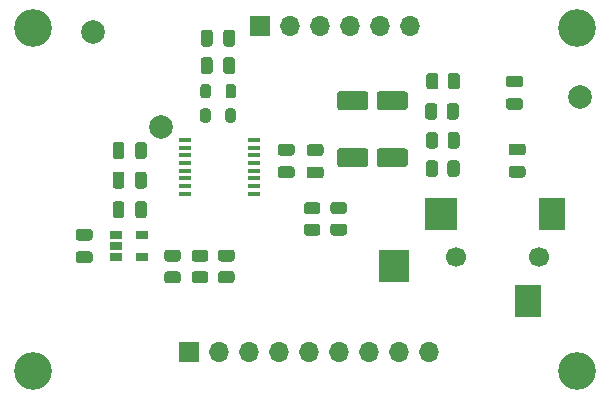
<source format=gbr>
%TF.GenerationSoftware,KiCad,Pcbnew,(5.1.10)-1*%
%TF.CreationDate,2021-10-14T20:44:39-03:00*%
%TF.ProjectId,I2S_DAC,4932535f-4441-4432-9e6b-696361645f70,rev?*%
%TF.SameCoordinates,Original*%
%TF.FileFunction,Soldermask,Top*%
%TF.FilePolarity,Negative*%
%FSLAX46Y46*%
G04 Gerber Fmt 4.6, Leading zero omitted, Abs format (unit mm)*
G04 Created by KiCad (PCBNEW (5.1.10)-1) date 2021-10-14 20:44:39*
%MOMM*%
%LPD*%
G01*
G04 APERTURE LIST*
%ADD10R,1.700000X1.700000*%
%ADD11O,1.700000X1.700000*%
%ADD12C,2.000000*%
%ADD13C,3.200000*%
%ADD14R,1.060000X0.650000*%
%ADD15R,1.000000X0.400000*%
%ADD16R,2.200000X2.800000*%
%ADD17R,2.600000X2.800000*%
%ADD18R,2.800000X2.800000*%
%ADD19C,1.700000*%
G04 APERTURE END LIST*
D10*
%TO.C,J2*%
X66725000Y-94350000D03*
D11*
X69265000Y-94350000D03*
X71805000Y-94350000D03*
X74345000Y-94350000D03*
X76885000Y-94350000D03*
X79425000Y-94350000D03*
%TD*%
D10*
%TO.C,J3*%
X60650000Y-121925000D03*
D11*
X63190000Y-121925000D03*
X65730000Y-121925000D03*
X68270000Y-121925000D03*
X70810000Y-121925000D03*
X73350000Y-121925000D03*
X75890000Y-121925000D03*
X78430000Y-121925000D03*
X80970000Y-121925000D03*
%TD*%
%TO.C,C1*%
G36*
G01*
X51325000Y-113400000D02*
X52275000Y-113400000D01*
G75*
G02*
X52525000Y-113650000I0J-250000D01*
G01*
X52525000Y-114150000D01*
G75*
G02*
X52275000Y-114400000I-250000J0D01*
G01*
X51325000Y-114400000D01*
G75*
G02*
X51075000Y-114150000I0J250000D01*
G01*
X51075000Y-113650000D01*
G75*
G02*
X51325000Y-113400000I250000J0D01*
G01*
G37*
G36*
G01*
X51325000Y-111500000D02*
X52275000Y-111500000D01*
G75*
G02*
X52525000Y-111750000I0J-250000D01*
G01*
X52525000Y-112250000D01*
G75*
G02*
X52275000Y-112500000I-250000J0D01*
G01*
X51325000Y-112500000D01*
G75*
G02*
X51075000Y-112250000I0J250000D01*
G01*
X51075000Y-111750000D01*
G75*
G02*
X51325000Y-111500000I250000J0D01*
G01*
G37*
%TD*%
%TO.C,C2*%
G36*
G01*
X55200000Y-109400000D02*
X55200000Y-110350000D01*
G75*
G02*
X54950000Y-110600000I-250000J0D01*
G01*
X54450000Y-110600000D01*
G75*
G02*
X54200000Y-110350000I0J250000D01*
G01*
X54200000Y-109400000D01*
G75*
G02*
X54450000Y-109150000I250000J0D01*
G01*
X54950000Y-109150000D01*
G75*
G02*
X55200000Y-109400000I0J-250000D01*
G01*
G37*
G36*
G01*
X57100000Y-109400000D02*
X57100000Y-110350000D01*
G75*
G02*
X56850000Y-110600000I-250000J0D01*
G01*
X56350000Y-110600000D01*
G75*
G02*
X56100000Y-110350000I0J250000D01*
G01*
X56100000Y-109400000D01*
G75*
G02*
X56350000Y-109150000I250000J0D01*
G01*
X56850000Y-109150000D01*
G75*
G02*
X57100000Y-109400000I0J-250000D01*
G01*
G37*
%TD*%
%TO.C,C3*%
G36*
G01*
X54200000Y-107850000D02*
X54200000Y-106900000D01*
G75*
G02*
X54450000Y-106650000I250000J0D01*
G01*
X54950000Y-106650000D01*
G75*
G02*
X55200000Y-106900000I0J-250000D01*
G01*
X55200000Y-107850000D01*
G75*
G02*
X54950000Y-108100000I-250000J0D01*
G01*
X54450000Y-108100000D01*
G75*
G02*
X54200000Y-107850000I0J250000D01*
G01*
G37*
G36*
G01*
X56100000Y-107850000D02*
X56100000Y-106900000D01*
G75*
G02*
X56350000Y-106650000I250000J0D01*
G01*
X56850000Y-106650000D01*
G75*
G02*
X57100000Y-106900000I0J-250000D01*
G01*
X57100000Y-107850000D01*
G75*
G02*
X56850000Y-108100000I-250000J0D01*
G01*
X56350000Y-108100000D01*
G75*
G02*
X56100000Y-107850000I0J250000D01*
G01*
G37*
%TD*%
%TO.C,C4*%
G36*
G01*
X55200000Y-104400000D02*
X55200000Y-105350000D01*
G75*
G02*
X54950000Y-105600000I-250000J0D01*
G01*
X54450000Y-105600000D01*
G75*
G02*
X54200000Y-105350000I0J250000D01*
G01*
X54200000Y-104400000D01*
G75*
G02*
X54450000Y-104150000I250000J0D01*
G01*
X54950000Y-104150000D01*
G75*
G02*
X55200000Y-104400000I0J-250000D01*
G01*
G37*
G36*
G01*
X57100000Y-104400000D02*
X57100000Y-105350000D01*
G75*
G02*
X56850000Y-105600000I-250000J0D01*
G01*
X56350000Y-105600000D01*
G75*
G02*
X56100000Y-105350000I0J250000D01*
G01*
X56100000Y-104400000D01*
G75*
G02*
X56350000Y-104150000I250000J0D01*
G01*
X56850000Y-104150000D01*
G75*
G02*
X57100000Y-104400000I0J-250000D01*
G01*
G37*
%TD*%
%TO.C,C5*%
G36*
G01*
X64575000Y-94875000D02*
X64575000Y-95825000D01*
G75*
G02*
X64325000Y-96075000I-250000J0D01*
G01*
X63825000Y-96075000D01*
G75*
G02*
X63575000Y-95825000I0J250000D01*
G01*
X63575000Y-94875000D01*
G75*
G02*
X63825000Y-94625000I250000J0D01*
G01*
X64325000Y-94625000D01*
G75*
G02*
X64575000Y-94875000I0J-250000D01*
G01*
G37*
G36*
G01*
X62675000Y-94875000D02*
X62675000Y-95825000D01*
G75*
G02*
X62425000Y-96075000I-250000J0D01*
G01*
X61925000Y-96075000D01*
G75*
G02*
X61675000Y-95825000I0J250000D01*
G01*
X61675000Y-94875000D01*
G75*
G02*
X61925000Y-94625000I250000J0D01*
G01*
X62425000Y-94625000D01*
G75*
G02*
X62675000Y-94875000I0J-250000D01*
G01*
G37*
%TD*%
%TO.C,C6*%
G36*
G01*
X62675000Y-97200000D02*
X62675000Y-98150000D01*
G75*
G02*
X62425000Y-98400000I-250000J0D01*
G01*
X61925000Y-98400000D01*
G75*
G02*
X61675000Y-98150000I0J250000D01*
G01*
X61675000Y-97200000D01*
G75*
G02*
X61925000Y-96950000I250000J0D01*
G01*
X62425000Y-96950000D01*
G75*
G02*
X62675000Y-97200000I0J-250000D01*
G01*
G37*
G36*
G01*
X64575000Y-97200000D02*
X64575000Y-98150000D01*
G75*
G02*
X64325000Y-98400000I-250000J0D01*
G01*
X63825000Y-98400000D01*
G75*
G02*
X63575000Y-98150000I0J250000D01*
G01*
X63575000Y-97200000D01*
G75*
G02*
X63825000Y-96950000I250000J0D01*
G01*
X64325000Y-96950000D01*
G75*
G02*
X64575000Y-97200000I0J-250000D01*
G01*
G37*
%TD*%
%TO.C,C7*%
G36*
G01*
X88700000Y-101425000D02*
X87750000Y-101425000D01*
G75*
G02*
X87500000Y-101175000I0J250000D01*
G01*
X87500000Y-100675000D01*
G75*
G02*
X87750000Y-100425000I250000J0D01*
G01*
X88700000Y-100425000D01*
G75*
G02*
X88950000Y-100675000I0J-250000D01*
G01*
X88950000Y-101175000D01*
G75*
G02*
X88700000Y-101425000I-250000J0D01*
G01*
G37*
G36*
G01*
X88700000Y-99525000D02*
X87750000Y-99525000D01*
G75*
G02*
X87500000Y-99275000I0J250000D01*
G01*
X87500000Y-98775000D01*
G75*
G02*
X87750000Y-98525000I250000J0D01*
G01*
X88700000Y-98525000D01*
G75*
G02*
X88950000Y-98775000I0J-250000D01*
G01*
X88950000Y-99275000D01*
G75*
G02*
X88700000Y-99525000I-250000J0D01*
G01*
G37*
%TD*%
%TO.C,C8*%
G36*
G01*
X88925000Y-107175000D02*
X87975000Y-107175000D01*
G75*
G02*
X87725000Y-106925000I0J250000D01*
G01*
X87725000Y-106425000D01*
G75*
G02*
X87975000Y-106175000I250000J0D01*
G01*
X88925000Y-106175000D01*
G75*
G02*
X89175000Y-106425000I0J-250000D01*
G01*
X89175000Y-106925000D01*
G75*
G02*
X88925000Y-107175000I-250000J0D01*
G01*
G37*
G36*
G01*
X88925000Y-105275000D02*
X87975000Y-105275000D01*
G75*
G02*
X87725000Y-105025000I0J250000D01*
G01*
X87725000Y-104525000D01*
G75*
G02*
X87975000Y-104275000I250000J0D01*
G01*
X88925000Y-104275000D01*
G75*
G02*
X89175000Y-104525000I0J-250000D01*
G01*
X89175000Y-105025000D01*
G75*
G02*
X88925000Y-105275000I-250000J0D01*
G01*
G37*
%TD*%
%TO.C,C9*%
G36*
G01*
X69375000Y-105300000D02*
X68425000Y-105300000D01*
G75*
G02*
X68175000Y-105050000I0J250000D01*
G01*
X68175000Y-104550000D01*
G75*
G02*
X68425000Y-104300000I250000J0D01*
G01*
X69375000Y-104300000D01*
G75*
G02*
X69625000Y-104550000I0J-250000D01*
G01*
X69625000Y-105050000D01*
G75*
G02*
X69375000Y-105300000I-250000J0D01*
G01*
G37*
G36*
G01*
X69375000Y-107200000D02*
X68425000Y-107200000D01*
G75*
G02*
X68175000Y-106950000I0J250000D01*
G01*
X68175000Y-106450000D01*
G75*
G02*
X68425000Y-106200000I250000J0D01*
G01*
X69375000Y-106200000D01*
G75*
G02*
X69625000Y-106450000I0J-250000D01*
G01*
X69625000Y-106950000D01*
G75*
G02*
X69375000Y-107200000I-250000J0D01*
G01*
G37*
%TD*%
%TO.C,C10*%
G36*
G01*
X76550000Y-106025400D02*
X76550000Y-104924600D01*
G75*
G02*
X76799600Y-104675000I249600J0D01*
G01*
X78950400Y-104675000D01*
G75*
G02*
X79200000Y-104924600I0J-249600D01*
G01*
X79200000Y-106025400D01*
G75*
G02*
X78950400Y-106275000I-249600J0D01*
G01*
X76799600Y-106275000D01*
G75*
G02*
X76550000Y-106025400I0J249600D01*
G01*
G37*
G36*
G01*
X73200000Y-106025000D02*
X73200000Y-104925000D01*
G75*
G02*
X73450000Y-104675000I250000J0D01*
G01*
X75600000Y-104675000D01*
G75*
G02*
X75850000Y-104925000I0J-250000D01*
G01*
X75850000Y-106025000D01*
G75*
G02*
X75600000Y-106275000I-250000J0D01*
G01*
X73450000Y-106275000D01*
G75*
G02*
X73200000Y-106025000I0J250000D01*
G01*
G37*
%TD*%
%TO.C,C11*%
G36*
G01*
X73200000Y-101200000D02*
X73200000Y-100100000D01*
G75*
G02*
X73450000Y-99850000I250000J0D01*
G01*
X75600000Y-99850000D01*
G75*
G02*
X75850000Y-100100000I0J-250000D01*
G01*
X75850000Y-101200000D01*
G75*
G02*
X75600000Y-101450000I-250000J0D01*
G01*
X73450000Y-101450000D01*
G75*
G02*
X73200000Y-101200000I0J250000D01*
G01*
G37*
G36*
G01*
X76550000Y-101200000D02*
X76550000Y-100100000D01*
G75*
G02*
X76800000Y-99850000I250000J0D01*
G01*
X78950000Y-99850000D01*
G75*
G02*
X79200000Y-100100000I0J-250000D01*
G01*
X79200000Y-101200000D01*
G75*
G02*
X78950000Y-101450000I-250000J0D01*
G01*
X76800000Y-101450000D01*
G75*
G02*
X76550000Y-101200000I0J250000D01*
G01*
G37*
%TD*%
%TO.C,C12*%
G36*
G01*
X71825000Y-107225000D02*
X70875000Y-107225000D01*
G75*
G02*
X70625000Y-106975000I0J250000D01*
G01*
X70625000Y-106475000D01*
G75*
G02*
X70875000Y-106225000I250000J0D01*
G01*
X71825000Y-106225000D01*
G75*
G02*
X72075000Y-106475000I0J-250000D01*
G01*
X72075000Y-106975000D01*
G75*
G02*
X71825000Y-107225000I-250000J0D01*
G01*
G37*
G36*
G01*
X71825000Y-105325000D02*
X70875000Y-105325000D01*
G75*
G02*
X70625000Y-105075000I0J250000D01*
G01*
X70625000Y-104575000D01*
G75*
G02*
X70875000Y-104325000I250000J0D01*
G01*
X71825000Y-104325000D01*
G75*
G02*
X72075000Y-104575000I0J-250000D01*
G01*
X72075000Y-105075000D01*
G75*
G02*
X71825000Y-105325000I-250000J0D01*
G01*
G37*
%TD*%
%TO.C,FB1*%
G36*
G01*
X64637500Y-99468750D02*
X64637500Y-100231250D01*
G75*
G02*
X64418750Y-100450000I-218750J0D01*
G01*
X63981250Y-100450000D01*
G75*
G02*
X63762500Y-100231250I0J218750D01*
G01*
X63762500Y-99468750D01*
G75*
G02*
X63981250Y-99250000I218750J0D01*
G01*
X64418750Y-99250000D01*
G75*
G02*
X64637500Y-99468750I0J-218750D01*
G01*
G37*
G36*
G01*
X62512500Y-99468750D02*
X62512500Y-100231250D01*
G75*
G02*
X62293750Y-100450000I-218750J0D01*
G01*
X61856250Y-100450000D01*
G75*
G02*
X61637500Y-100231250I0J218750D01*
G01*
X61637500Y-99468750D01*
G75*
G02*
X61856250Y-99250000I218750J0D01*
G01*
X62293750Y-99250000D01*
G75*
G02*
X62512500Y-99468750I0J-218750D01*
G01*
G37*
%TD*%
%TO.C,FB2*%
G36*
G01*
X62500000Y-101518750D02*
X62500000Y-102281250D01*
G75*
G02*
X62281250Y-102500000I-218750J0D01*
G01*
X61843750Y-102500000D01*
G75*
G02*
X61625000Y-102281250I0J218750D01*
G01*
X61625000Y-101518750D01*
G75*
G02*
X61843750Y-101300000I218750J0D01*
G01*
X62281250Y-101300000D01*
G75*
G02*
X62500000Y-101518750I0J-218750D01*
G01*
G37*
G36*
G01*
X64625000Y-101518750D02*
X64625000Y-102281250D01*
G75*
G02*
X64406250Y-102500000I-218750J0D01*
G01*
X63968750Y-102500000D01*
G75*
G02*
X63750000Y-102281250I0J218750D01*
G01*
X63750000Y-101518750D01*
G75*
G02*
X63968750Y-101300000I218750J0D01*
G01*
X64406250Y-101300000D01*
G75*
G02*
X64625000Y-101518750I0J-218750D01*
G01*
G37*
%TD*%
D12*
%TO.C,FID1*%
X52575000Y-94850000D03*
%TD*%
%TO.C,FID2*%
X93775000Y-100300000D03*
%TD*%
%TO.C,FID3*%
X58275000Y-102850000D03*
%TD*%
D13*
%TO.C,H1*%
X47500000Y-94500000D03*
%TD*%
%TO.C,H2*%
X93500000Y-94500000D03*
%TD*%
%TO.C,H3*%
X93500000Y-123500000D03*
%TD*%
%TO.C,H4*%
X47500000Y-123500000D03*
%TD*%
%TO.C,R1*%
G36*
G01*
X70650100Y-111062500D02*
X71549900Y-111062500D01*
G75*
G02*
X71800000Y-111312600I0J-250100D01*
G01*
X71800000Y-111837400D01*
G75*
G02*
X71549900Y-112087500I-250100J0D01*
G01*
X70650100Y-112087500D01*
G75*
G02*
X70400000Y-111837400I0J250100D01*
G01*
X70400000Y-111312600D01*
G75*
G02*
X70650100Y-111062500I250100J0D01*
G01*
G37*
G36*
G01*
X70650100Y-109237500D02*
X71549900Y-109237500D01*
G75*
G02*
X71800000Y-109487600I0J-250100D01*
G01*
X71800000Y-110012400D01*
G75*
G02*
X71549900Y-110262500I-250100J0D01*
G01*
X70650100Y-110262500D01*
G75*
G02*
X70400000Y-110012400I0J250100D01*
G01*
X70400000Y-109487600D01*
G75*
G02*
X70650100Y-109237500I250100J0D01*
G01*
G37*
%TD*%
%TO.C,R2*%
G36*
G01*
X58824999Y-113262500D02*
X59725001Y-113262500D01*
G75*
G02*
X59975000Y-113512499I0J-249999D01*
G01*
X59975000Y-114037501D01*
G75*
G02*
X59725001Y-114287500I-249999J0D01*
G01*
X58824999Y-114287500D01*
G75*
G02*
X58575000Y-114037501I0J249999D01*
G01*
X58575000Y-113512499D01*
G75*
G02*
X58824999Y-113262500I249999J0D01*
G01*
G37*
G36*
G01*
X58824999Y-115087500D02*
X59725001Y-115087500D01*
G75*
G02*
X59975000Y-115337499I0J-249999D01*
G01*
X59975000Y-115862501D01*
G75*
G02*
X59725001Y-116112500I-249999J0D01*
G01*
X58824999Y-116112500D01*
G75*
G02*
X58575000Y-115862501I0J249999D01*
G01*
X58575000Y-115337499D01*
G75*
G02*
X58824999Y-115087500I249999J0D01*
G01*
G37*
%TD*%
%TO.C,R4*%
G36*
G01*
X63374999Y-113250000D02*
X64275001Y-113250000D01*
G75*
G02*
X64525000Y-113499999I0J-249999D01*
G01*
X64525000Y-114025001D01*
G75*
G02*
X64275001Y-114275000I-249999J0D01*
G01*
X63374999Y-114275000D01*
G75*
G02*
X63125000Y-114025001I0J249999D01*
G01*
X63125000Y-113499999D01*
G75*
G02*
X63374999Y-113250000I249999J0D01*
G01*
G37*
G36*
G01*
X63374999Y-115075000D02*
X64275001Y-115075000D01*
G75*
G02*
X64525000Y-115324999I0J-249999D01*
G01*
X64525000Y-115850001D01*
G75*
G02*
X64275001Y-116100000I-249999J0D01*
G01*
X63374999Y-116100000D01*
G75*
G02*
X63125000Y-115850001I0J249999D01*
G01*
X63125000Y-115324999D01*
G75*
G02*
X63374999Y-115075000I249999J0D01*
G01*
G37*
%TD*%
%TO.C,R5*%
G36*
G01*
X72900100Y-109225000D02*
X73799900Y-109225000D01*
G75*
G02*
X74050000Y-109475100I0J-250100D01*
G01*
X74050000Y-109999900D01*
G75*
G02*
X73799900Y-110250000I-250100J0D01*
G01*
X72900100Y-110250000D01*
G75*
G02*
X72650000Y-109999900I0J250100D01*
G01*
X72650000Y-109475100D01*
G75*
G02*
X72900100Y-109225000I250100J0D01*
G01*
G37*
G36*
G01*
X72900100Y-111050000D02*
X73799900Y-111050000D01*
G75*
G02*
X74050000Y-111300100I0J-250100D01*
G01*
X74050000Y-111824900D01*
G75*
G02*
X73799900Y-112075000I-250100J0D01*
G01*
X72900100Y-112075000D01*
G75*
G02*
X72650000Y-111824900I0J250100D01*
G01*
X72650000Y-111300100D01*
G75*
G02*
X72900100Y-111050000I250100J0D01*
G01*
G37*
%TD*%
%TO.C,R6*%
G36*
G01*
X61149999Y-115087500D02*
X62050001Y-115087500D01*
G75*
G02*
X62300000Y-115337499I0J-249999D01*
G01*
X62300000Y-115862501D01*
G75*
G02*
X62050001Y-116112500I-249999J0D01*
G01*
X61149999Y-116112500D01*
G75*
G02*
X60900000Y-115862501I0J249999D01*
G01*
X60900000Y-115337499D01*
G75*
G02*
X61149999Y-115087500I249999J0D01*
G01*
G37*
G36*
G01*
X61149999Y-113262500D02*
X62050001Y-113262500D01*
G75*
G02*
X62300000Y-113512499I0J-249999D01*
G01*
X62300000Y-114037501D01*
G75*
G02*
X62050001Y-114287500I-249999J0D01*
G01*
X61149999Y-114287500D01*
G75*
G02*
X60900000Y-114037501I0J249999D01*
G01*
X60900000Y-113512499D01*
G75*
G02*
X61149999Y-113262500I249999J0D01*
G01*
G37*
%TD*%
%TO.C,R7*%
G36*
G01*
X81750000Y-105949999D02*
X81750000Y-106850001D01*
G75*
G02*
X81500001Y-107100000I-249999J0D01*
G01*
X80974999Y-107100000D01*
G75*
G02*
X80725000Y-106850001I0J249999D01*
G01*
X80725000Y-105949999D01*
G75*
G02*
X80974999Y-105700000I249999J0D01*
G01*
X81500001Y-105700000D01*
G75*
G02*
X81750000Y-105949999I0J-249999D01*
G01*
G37*
G36*
G01*
X83575000Y-105949999D02*
X83575000Y-106850001D01*
G75*
G02*
X83325001Y-107100000I-249999J0D01*
G01*
X82799999Y-107100000D01*
G75*
G02*
X82550000Y-106850001I0J249999D01*
G01*
X82550000Y-105949999D01*
G75*
G02*
X82799999Y-105700000I249999J0D01*
G01*
X83325001Y-105700000D01*
G75*
G02*
X83575000Y-105949999I0J-249999D01*
G01*
G37*
%TD*%
%TO.C,R8*%
G36*
G01*
X83587500Y-103549999D02*
X83587500Y-104450001D01*
G75*
G02*
X83337501Y-104700000I-249999J0D01*
G01*
X82812499Y-104700000D01*
G75*
G02*
X82562500Y-104450001I0J249999D01*
G01*
X82562500Y-103549999D01*
G75*
G02*
X82812499Y-103300000I249999J0D01*
G01*
X83337501Y-103300000D01*
G75*
G02*
X83587500Y-103549999I0J-249999D01*
G01*
G37*
G36*
G01*
X81762500Y-103549999D02*
X81762500Y-104450001D01*
G75*
G02*
X81512501Y-104700000I-249999J0D01*
G01*
X80987499Y-104700000D01*
G75*
G02*
X80737500Y-104450001I0J249999D01*
G01*
X80737500Y-103549999D01*
G75*
G02*
X80987499Y-103300000I249999J0D01*
G01*
X81512501Y-103300000D01*
G75*
G02*
X81762500Y-103549999I0J-249999D01*
G01*
G37*
%TD*%
%TO.C,R9*%
G36*
G01*
X83612500Y-98549999D02*
X83612500Y-99450001D01*
G75*
G02*
X83362501Y-99700000I-249999J0D01*
G01*
X82837499Y-99700000D01*
G75*
G02*
X82587500Y-99450001I0J249999D01*
G01*
X82587500Y-98549999D01*
G75*
G02*
X82837499Y-98300000I249999J0D01*
G01*
X83362501Y-98300000D01*
G75*
G02*
X83612500Y-98549999I0J-249999D01*
G01*
G37*
G36*
G01*
X81787500Y-98549999D02*
X81787500Y-99450001D01*
G75*
G02*
X81537501Y-99700000I-249999J0D01*
G01*
X81012499Y-99700000D01*
G75*
G02*
X80762500Y-99450001I0J249999D01*
G01*
X80762500Y-98549999D01*
G75*
G02*
X81012499Y-98300000I249999J0D01*
G01*
X81537501Y-98300000D01*
G75*
G02*
X81787500Y-98549999I0J-249999D01*
G01*
G37*
%TD*%
%TO.C,R10*%
G36*
G01*
X82487500Y-102000001D02*
X82487500Y-101099999D01*
G75*
G02*
X82737499Y-100850000I249999J0D01*
G01*
X83262501Y-100850000D01*
G75*
G02*
X83512500Y-101099999I0J-249999D01*
G01*
X83512500Y-102000001D01*
G75*
G02*
X83262501Y-102250000I-249999J0D01*
G01*
X82737499Y-102250000D01*
G75*
G02*
X82487500Y-102000001I0J249999D01*
G01*
G37*
G36*
G01*
X80662500Y-102000001D02*
X80662500Y-101099999D01*
G75*
G02*
X80912499Y-100850000I249999J0D01*
G01*
X81437501Y-100850000D01*
G75*
G02*
X81687500Y-101099999I0J-249999D01*
G01*
X81687500Y-102000001D01*
G75*
G02*
X81437501Y-102250000I-249999J0D01*
G01*
X80912499Y-102250000D01*
G75*
G02*
X80662500Y-102000001I0J249999D01*
G01*
G37*
%TD*%
D14*
%TO.C,U1*%
X54500000Y-112000000D03*
X54500000Y-112950000D03*
X54500000Y-113900000D03*
X56700000Y-113900000D03*
X56700000Y-112000000D03*
%TD*%
D15*
%TO.C,U2*%
X60375000Y-103975000D03*
X60375000Y-104625000D03*
X60375000Y-105275000D03*
X60375000Y-105925000D03*
X60375000Y-106575000D03*
X60375000Y-107225000D03*
X60375000Y-107875000D03*
X60375000Y-108525000D03*
X66175000Y-108525000D03*
X66175000Y-107875000D03*
X66175000Y-107225000D03*
X66175000Y-106575000D03*
X66175000Y-105925000D03*
X66175000Y-105275000D03*
X66175000Y-104625000D03*
X66175000Y-103975000D03*
%TD*%
D16*
%TO.C,J1*%
X89400000Y-117600000D03*
X91400000Y-110200000D03*
D17*
X78000000Y-114650000D03*
D18*
X82000000Y-110200000D03*
D19*
X90300000Y-113900000D03*
X83300000Y-113900000D03*
%TD*%
M02*

</source>
